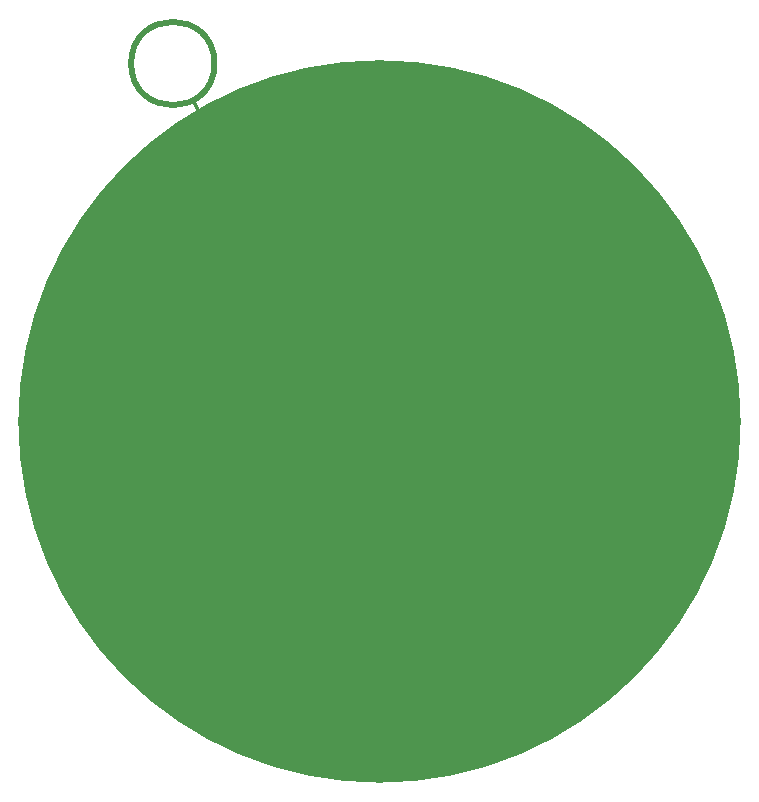
<source format=gbr>
%TF.GenerationSoftware,KiCad,Pcbnew,(7.0.0)*%
%TF.CreationDate,2023-03-02T12:08:59-06:00*%
%TF.ProjectId,GEM.0.02,47454d2e-302e-4303-922e-6b696361645f,rev?*%
%TF.SameCoordinates,Original*%
%TF.FileFunction,Copper,L1,Top*%
%TF.FilePolarity,Positive*%
%FSLAX46Y46*%
G04 Gerber Fmt 4.6, Leading zero omitted, Abs format (unit mm)*
G04 Created by KiCad (PCBNEW (7.0.0)) date 2023-03-02 12:08:59*
%MOMM*%
%LPD*%
G01*
G04 APERTURE LIST*
%TA.AperFunction,NonConductor*%
%ADD10C,0.300000*%
%TD*%
%TA.AperFunction,NonConductor*%
%ADD11C,0.500000*%
%TD*%
%TA.AperFunction,NonConductor*%
%ADD12C,30.600000*%
%TD*%
G04 APERTURE END LIST*
D10*
X111270000Y-74540000D02*
X111670000Y-75240000D01*
D11*
X113030000Y-71289111D02*
G75*
G03*
X113030000Y-71289111I-3530000J0D01*
G01*
D12*
X142300000Y-101600000D02*
G75*
G03*
X142300000Y-101600000I-15300000J0D01*
G01*
M02*

</source>
